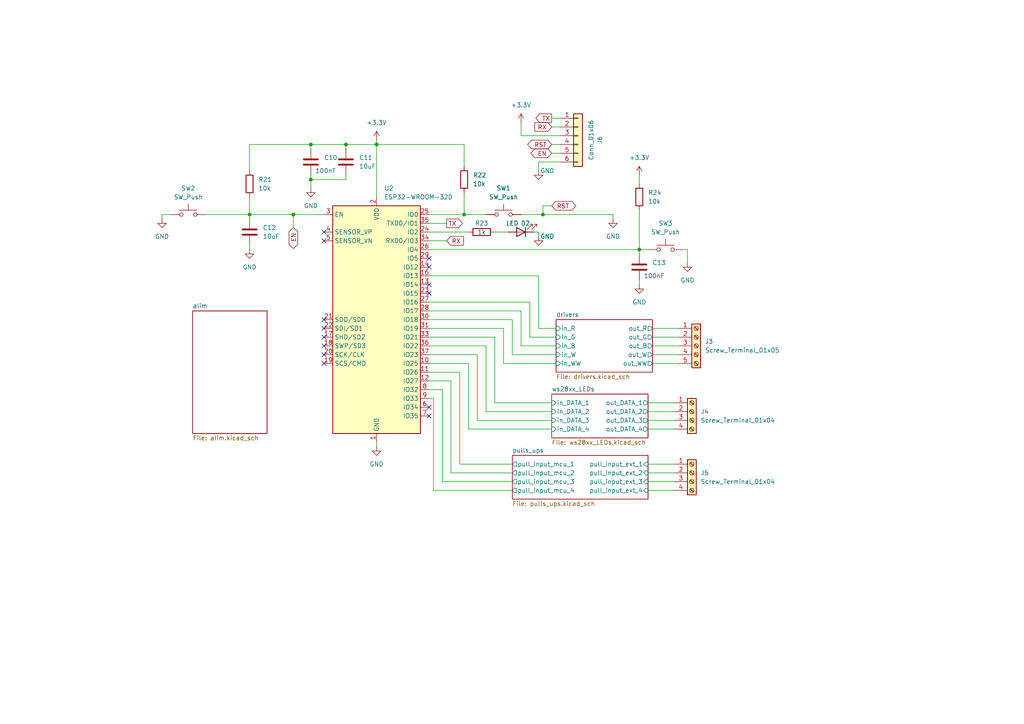
<source format=kicad_sch>
(kicad_sch (version 20230121) (generator eeschema)
  (paper "A4")
  (lib_symbols
    (symbol "Connector:Screw_Terminal_01x04" (pin_names (offset 1.016) hide)
      (property "Reference" "J" (at 0 5.08 0))
      (property "Value" "Screw_Terminal_01x04" (at 0 -7.62 0))
      (symbol "Screw_Terminal_01x04_1_1"
        (rectangle (start -1.27 3.81) (end 1.27 -6.35) (stroke (width 0.254)) (fill (type background)))
        (circle (center 0 -5.08) (radius 0.635) (stroke (width 0.1524)))
        (circle (center 0 -2.54) (radius 0.635) (stroke (width 0.1524)))
        (polyline (pts (xy -0.5334 -4.7498) (xy 0.3302 -5.588)) (stroke (width 0.1524)))
        (polyline (pts (xy -0.5334 -2.2098) (xy 0.3302 -3.048)) (stroke (width 0.1524)))
        (polyline (pts (xy -0.5334 0.3302) (xy 0.3302 -0.508)) (stroke (width 0.1524)))
        (polyline (pts (xy -0.5334 2.8702) (xy 0.3302 2.032)) (stroke (width 0.1524)))
        (polyline (pts (xy -0.3556 -4.572) (xy 0.508 -5.4102)) (stroke (width 0.1524)))
        (polyline (pts (xy -0.3556 -2.032) (xy 0.508 -2.8702)) (stroke (width 0.1524)))
        (polyline (pts (xy -0.3556 0.508) (xy 0.508 -0.3302)) (stroke (width 0.1524)))
        (polyline (pts (xy -0.3556 3.048) (xy 0.508 2.2098)) (stroke (width 0.1524)))
        (circle (center 0 0) (radius 0.635) (stroke (width 0.1524)))
        (circle (center 0 2.54) (radius 0.635) (stroke (width 0.1524)))
        (pin passive line (at -5.08 2.54 0) (length 3.81) (name "Pin_1") (number "1"))
        (pin passive line (at -5.08 0 0) (length 3.81) (name "Pin_2") (number "2"))
        (pin passive line (at -5.08 -2.54 0) (length 3.81) (name "Pin_3") (number "3"))
        (pin passive line (at -5.08 -5.08 0) (length 3.81) (name "Pin_4") (number "4"))
      )
    )
    (symbol "Connector:Screw_Terminal_01x05" (pin_names (offset 1.016) hide)
      (property "Reference" "J" (at 0 7.62 0))
      (property "Value" "Screw_Terminal_01x05" (at 0 -7.62 0))
      (symbol "Screw_Terminal_01x05_1_1"
        (rectangle (start -1.27 6.35) (end 1.27 -6.35) (stroke (width 0.254)) (fill (type background)))
        (circle (center 0 -5.08) (radius 0.635) (stroke (width 0.1524)))
        (circle (center 0 -2.54) (radius 0.635) (stroke (width 0.1524)))
        (polyline (pts (xy -0.5334 -4.7498) (xy 0.3302 -5.588)) (stroke (width 0.1524)))
        (polyline (pts (xy -0.5334 -2.2098) (xy 0.3302 -3.048)) (stroke (width 0.1524)))
        (polyline (pts (xy -0.5334 0.3302) (xy 0.3302 -0.508)) (stroke (width 0.1524)))
        (polyline (pts (xy -0.5334 2.8702) (xy 0.3302 2.032)) (stroke (width 0.1524)))
        (polyline (pts (xy -0.5334 5.4102) (xy 0.3302 4.572)) (stroke (width 0.1524)))
        (polyline (pts (xy -0.3556 -4.572) (xy 0.508 -5.4102)) (stroke (width 0.1524)))
        (polyline (pts (xy -0.3556 -2.032) (xy 0.508 -2.8702)) (stroke (width 0.1524)))
        (polyline (pts (xy -0.3556 0.508) (xy 0.508 -0.3302)) (stroke (width 0.1524)))
        (polyline (pts (xy -0.3556 3.048) (xy 0.508 2.2098)) (stroke (width 0.1524)))
        (polyline (pts (xy -0.3556 5.588) (xy 0.508 4.7498)) (stroke (width 0.1524)))
        (circle (center 0 0) (radius 0.635) (stroke (width 0.1524)))
        (circle (center 0 2.54) (radius 0.635) (stroke (width 0.1524)))
        (circle (center 0 5.08) (radius 0.635) (stroke (width 0.1524)))
        (pin passive line (at -5.08 5.08 0) (length 3.81) (name "Pin_1") (number "1"))
        (pin passive line (at -5.08 2.54 0) (length 3.81) (name "Pin_2") (number "2"))
        (pin passive line (at -5.08 0 0) (length 3.81) (name "Pin_3") (number "3"))
        (pin passive line (at -5.08 -2.54 0) (length 3.81) (name "Pin_4") (number "4"))
        (pin passive line (at -5.08 -5.08 0) (length 3.81) (name "Pin_5") (number "5"))
      )
    )
    (symbol "Connector_Generic:Conn_01x06" (pin_names (offset 1.016) hide)
      (property "Reference" "J" (at 0 7.62 0))
      (property "Value" "Conn_01x06" (at 0 -10.16 0))
      (symbol "Conn_01x06_1_1"
        (rectangle (start -1.27 -7.493) (end 0 -7.747) (stroke (width 0.1524)))
        (rectangle (start -1.27 -4.953) (end 0 -5.207) (stroke (width 0.1524)))
        (rectangle (start -1.27 -2.413) (end 0 -2.667) (stroke (width 0.1524)))
        (rectangle (start -1.27 0.127) (end 0 -0.127) (stroke (width 0.1524)))
        (rectangle (start -1.27 2.667) (end 0 2.413) (stroke (width 0.1524)))
        (rectangle (start -1.27 5.207) (end 0 4.953) (stroke (width 0.1524)))
        (rectangle (start -1.27 6.35) (end 1.27 -8.89) (stroke (width 0.254)) (fill (type background)))
        (pin passive line (at -5.08 5.08 0) (length 3.81) (name "Pin_1") (number "1"))
        (pin passive line (at -5.08 2.54 0) (length 3.81) (name "Pin_2") (number "2"))
        (pin passive line (at -5.08 0 0) (length 3.81) (name "Pin_3") (number "3"))
        (pin passive line (at -5.08 -2.54 0) (length 3.81) (name "Pin_4") (number "4"))
        (pin passive line (at -5.08 -5.08 0) (length 3.81) (name "Pin_5") (number "5"))
        (pin passive line (at -5.08 -7.62 0) (length 3.81) (name "Pin_6") (number "6"))
      )
    )
    (symbol "Device:C" (pin_numbers hide) (pin_names (offset 0.254))
      (property "Reference" "C" (at 0.635 2.54 0))
      (property "Value" "C" (at 0.635 -2.54 0))
      (symbol "C_0_1"
        (polyline (pts (xy -2.032 -0.762) (xy 2.032 -0.762)) (stroke (width 0.508)))
        (polyline (pts (xy -2.032 0.762) (xy 2.032 0.762)) (stroke (width 0.508)))
      )
      (symbol "C_1_1"
        (pin passive line (at 0 3.81 270) (length 2.794) (name "~") (number "1"))
        (pin passive line (at 0 -3.81 90) (length 2.794) (name "~") (number "2"))
      )
    )
    (symbol "Device:LED" (pin_numbers hide) (pin_names (offset 1.016) hide)
      (property "Reference" "D" (at 0 2.54 0))
      (property "Value" "LED" (at 0 -2.54 0))
      (symbol "LED_0_1"
        (polyline (pts (xy -1.27 -1.27) (xy -1.27 1.27)) (stroke (width 0.254)))
        (polyline (pts (xy -1.27 0) (xy 1.27 0)))
        (polyline (pts (xy 1.27 -1.27) (xy 1.27 1.27) (xy -1.27 0) (xy 1.27 -1.27)) (stroke (width 0.254)))
        (polyline (pts (xy -3.048 -0.762) (xy -4.572 -2.286) (xy -3.81 -2.286) (xy -4.572 -2.286) (xy -4.572 -1.524)))
        (polyline (pts (xy -1.778 -0.762) (xy -3.302 -2.286) (xy -2.54 -2.286) (xy -3.302 -2.286) (xy -3.302 -1.524)))
      )
      (symbol "LED_1_1"
        (pin passive line (at -3.81 0 0) (length 2.54) (name "K") (number "1"))
        (pin passive line (at 3.81 0 180) (length 2.54) (name "A") (number "2"))
      )
    )
    (symbol "Device:R" (pin_numbers hide) (pin_names (offset 0))
      (property "Reference" "R" (at 2.032 0 90))
      (property "Value" "R" (at 0 0 90))
      (symbol "R_0_1"
        (rectangle (start -1.016 -2.54) (end 1.016 2.54) (stroke (width 0.254)))
      )
      (symbol "R_1_1"
        (pin passive line (at 0 3.81 270) (length 1.27) (name "~") (number "1"))
        (pin passive line (at 0 -3.81 90) (length 1.27) (name "~") (number "2"))
      )
    )
    (symbol "RF_Module:ESP32-WROOM-32D"
      (property "Reference" "U" (at -12.7 34.29 0))
      (property "Value" "ESP32-WROOM-32D" (at 1.27 34.29 0))
      (symbol "ESP32-WROOM-32D_0_1"
        (rectangle (start -12.7 33.02) (end 12.7 -33.02) (stroke (width 0.254)) (fill (type background)))
      )
      (symbol "ESP32-WROOM-32D_1_1"
        (pin power_in line (at 0 -35.56 90) (length 2.54) (name "GND") (number "1"))
        (pin bidirectional line (at 15.24 -12.7 180) (length 2.54) (name "IO25") (number "10"))
        (pin bidirectional line (at 15.24 -15.24 180) (length 2.54) (name "IO26") (number "11"))
        (pin bidirectional line (at 15.24 -17.78 180) (length 2.54) (name "IO27") (number "12"))
        (pin bidirectional line (at 15.24 10.16 180) (length 2.54) (name "IO14") (number "13"))
        (pin bidirectional line (at 15.24 15.24 180) (length 2.54) (name "IO12") (number "14"))
        (pin passive line (at 0 -35.56 90) (length 2.54) hide (name "GND") (number "15"))
        (pin bidirectional line (at 15.24 12.7 180) (length 2.54) (name "IO13") (number "16"))
        (pin bidirectional line (at -15.24 -5.08 0) (length 2.54) (name "SHD/SD2") (number "17"))
        (pin bidirectional line (at -15.24 -7.62 0) (length 2.54) (name "SWP/SD3") (number "18"))
        (pin bidirectional line (at -15.24 -12.7 0) (length 2.54) (name "SCS/CMD") (number "19"))
        (pin power_in line (at 0 35.56 270) (length 2.54) (name "VDD") (number "2"))
        (pin bidirectional line (at -15.24 -10.16 0) (length 2.54) (name "SCK/CLK") (number "20"))
        (pin bidirectional line (at -15.24 0 0) (length 2.54) (name "SDO/SD0") (number "21"))
        (pin bidirectional line (at -15.24 -2.54 0) (length 2.54) (name "SDI/SD1") (number "22"))
        (pin bidirectional line (at 15.24 7.62 180) (length 2.54) (name "IO15") (number "23"))
        (pin bidirectional line (at 15.24 25.4 180) (length 2.54) (name "IO2") (number "24"))
        (pin bidirectional line (at 15.24 30.48 180) (length 2.54) (name "IO0") (number "25"))
        (pin bidirectional line (at 15.24 20.32 180) (length 2.54) (name "IO4") (number "26"))
        (pin bidirectional line (at 15.24 5.08 180) (length 2.54) (name "IO16") (number "27"))
        (pin bidirectional line (at 15.24 2.54 180) (length 2.54) (name "IO17") (number "28"))
        (pin bidirectional line (at 15.24 17.78 180) (length 2.54) (name "IO5") (number "29"))
        (pin input line (at -15.24 30.48 0) (length 2.54) (name "EN") (number "3"))
        (pin bidirectional line (at 15.24 0 180) (length 2.54) (name "IO18") (number "30"))
        (pin bidirectional line (at 15.24 -2.54 180) (length 2.54) (name "IO19") (number "31"))
        (pin no_connect line (at -12.7 -27.94 0) (length 2.54) hide (name "NC") (number "32"))
        (pin bidirectional line (at 15.24 -5.08 180) (length 2.54) (name "IO21") (number "33"))
        (pin bidirectional line (at 15.24 22.86 180) (length 2.54) (name "RXD0/IO3") (number "34"))
        (pin bidirectional line (at 15.24 27.94 180) (length 2.54) (name "TXD0/IO1") (number "35"))
        (pin bidirectional line (at 15.24 -7.62 180) (length 2.54) (name "IO22") (number "36"))
        (pin bidirectional line (at 15.24 -10.16 180) (length 2.54) (name "IO23") (number "37"))
        (pin passive line (at 0 -35.56 90) (length 2.54) hide (name "GND") (number "38"))
        (pin passive line (at 0 -35.56 90) (length 2.54) hide (name "GND") (number "39"))
        (pin input line (at -15.24 25.4 0) (length 2.54) (name "SENSOR_VP") (number "4"))
        (pin input line (at -15.24 22.86 0) (length 2.54) (name "SENSOR_VN") (number "5"))
        (pin input line (at 15.24 -25.4 180) (length 2.54) (name "IO34") (number "6"))
        (pin input line (at 15.24 -27.94 180) (length 2.54) (name "IO35") (number "7"))
        (pin bidirectional line (at 15.24 -20.32 180) (length 2.54) (name "IO32") (number "8"))
        (pin bidirectional line (at 15.24 -22.86 180) (length 2.54) (name "IO33") (number "9"))
      )
    )
    (symbol "Switch:SW_Push" (pin_numbers hide) (pin_names (offset 1.016) hide)
      (property "Reference" "SW" (at 1.27 2.54 0))
      (property "Value" "SW_Push" (at 0 -1.524 0))
      (symbol "SW_Push_0_1"
        (circle (center -2.032 0) (radius 0.508))
        (polyline (pts (xy 0 1.27) (xy 0 3.048)))
        (polyline (pts (xy 2.54 1.27) (xy -2.54 1.27)))
        (circle (center 2.032 0) (radius 0.508))
        (pin passive line (at -5.08 0 0) (length 2.54) (name "1") (number "1"))
        (pin passive line (at 5.08 0 180) (length 2.54) (name "2") (number "2"))
      )
    )
    (symbol "power:+3.3V" (power) (pin_names (offset 0))
      (property "Value" "+3.3V" (at 0 3.556 0))
      (symbol "+3.3V_0_1"
        (polyline (pts (xy -0.762 1.27) (xy 0 2.54)))
        (polyline (pts (xy 0 0) (xy 0 2.54)))
        (polyline (pts (xy 0 2.54) (xy 0.762 1.27)))
      )
      (symbol "+3.3V_1_1"
        (pin power_in line (at 0 0 90) (length 0) hide (name "+3.3V") (number "1"))
      )
    )
    (symbol "power:GND" (power) (pin_names (offset 0))
      (property "Value" "GND" (at 0 -3.81 0))
      (symbol "GND_0_1"
        (polyline (pts (xy 0 0) (xy 0 -1.27) (xy 1.27 -1.27) (xy 0 -2.54) (xy -1.27 -1.27) (xy 0 -1.27)))
      )
      (symbol "GND_1_1"
        (pin power_in line (at 0 0 270) (length 0) hide (name "GND") (number "1"))
      )
    )
  )
  (junction (at 100.33 41.91))
  (junction (at 85.09 62.23))
  (junction (at 185.42 72.39))
  (junction (at 109.22 41.91))
  (junction (at 90.17 41.91))
  (junction (at 134.62 62.23))
  (junction (at 72.39 62.23))
  (junction (at 90.17 52.07))
  (junction (at 157.48 62.23))
  (no_connect (at 124.46 77.47))
  (no_connect (at 124.46 82.55))
  (no_connect (at 124.46 74.93))
  (no_connect (at 124.46 118.11))
  (no_connect (at 93.98 69.85))
  (no_connect (at 93.98 102.87))
  (no_connect (at 93.98 105.41))
  (no_connect (at 93.98 95.25))
  (no_connect (at 93.98 67.31))
  (no_connect (at 124.46 120.65))
  (no_connect (at 93.98 100.33))
  (no_connect (at 124.46 85.09))
  (no_connect (at 93.98 97.79))
  (no_connect (at 93.98 92.71))
  (wire (pts (xy 109.22 41.91) (xy 109.22 57.15)))
  (wire (pts (xy 128.27 139.7) (xy 148.59 139.7)))
  (wire (pts (xy 187.96 121.92) (xy 195.58 121.92)))
  (wire (pts (xy 187.96 116.84) (xy 195.58 116.84)))
  (wire (pts (xy 134.62 48.26) (xy 134.62 41.91)))
  (wire (pts (xy 124.46 90.17) (xy 151.13 90.17)))
  (wire (pts (xy 124.46 100.33) (xy 140.97 100.33)))
  (wire (pts (xy 124.46 110.49) (xy 130.81 110.49)))
  (wire (pts (xy 124.46 64.77) (xy 129.54 64.77)))
  (wire (pts (xy 134.62 41.91) (xy 109.22 41.91)))
  (wire (pts (xy 72.39 41.91) (xy 90.17 41.91)))
  (wire (pts (xy 162.56 46.99) (xy 156.21 46.99)))
  (wire (pts (xy 85.09 62.23) (xy 85.09 66.04)))
  (wire (pts (xy 146.05 105.41) (xy 161.29 105.41)))
  (wire (pts (xy 124.46 95.25) (xy 146.05 95.25)))
  (wire (pts (xy 140.97 100.33) (xy 140.97 119.38)))
  (wire (pts (xy 100.33 52.07) (xy 90.17 52.07)))
  (wire (pts (xy 124.46 62.23) (xy 134.62 62.23)))
  (wire (pts (xy 189.23 102.87) (xy 196.85 102.87)))
  (wire (pts (xy 100.33 50.8) (xy 100.33 52.07)))
  (wire (pts (xy 185.42 81.28) (xy 185.42 82.55)))
  (wire (pts (xy 124.46 80.01) (xy 156.21 80.01)))
  (wire (pts (xy 90.17 52.07) (xy 90.17 54.61)))
  (wire (pts (xy 189.23 97.79) (xy 196.85 97.79)))
  (wire (pts (xy 151.13 39.37) (xy 162.56 39.37)))
  (wire (pts (xy 189.23 100.33) (xy 196.85 100.33)))
  (wire (pts (xy 187.96 139.7) (xy 195.58 139.7)))
  (wire (pts (xy 153.67 87.63) (xy 153.67 97.79)))
  (wire (pts (xy 124.46 113.03) (xy 128.27 113.03)))
  (wire (pts (xy 134.62 62.23) (xy 134.62 55.88)))
  (wire (pts (xy 151.13 35.56) (xy 151.13 39.37)))
  (wire (pts (xy 154.94 67.31) (xy 156.21 67.31)))
  (wire (pts (xy 157.48 62.23) (xy 177.8 62.23)))
  (wire (pts (xy 125.73 115.57) (xy 125.73 142.24)))
  (wire (pts (xy 156.21 80.01) (xy 156.21 95.25)))
  (wire (pts (xy 124.46 105.41) (xy 135.89 105.41)))
  (wire (pts (xy 49.53 62.23) (xy 46.99 62.23)))
  (wire (pts (xy 138.43 102.87) (xy 124.46 102.87)))
  (wire (pts (xy 109.22 41.91) (xy 109.22 40.64)))
  (wire (pts (xy 151.13 62.23) (xy 157.48 62.23)))
  (wire (pts (xy 124.46 69.85) (xy 129.54 69.85)))
  (wire (pts (xy 124.46 67.31) (xy 135.89 67.31)))
  (wire (pts (xy 130.81 137.16) (xy 148.59 137.16)))
  (wire (pts (xy 124.46 97.79) (xy 143.51 97.79)))
  (wire (pts (xy 146.05 95.25) (xy 146.05 105.41)))
  (wire (pts (xy 72.39 62.23) (xy 72.39 63.5)))
  (wire (pts (xy 199.39 72.39) (xy 198.12 72.39)))
  (wire (pts (xy 185.42 72.39) (xy 185.42 73.66)))
  (wire (pts (xy 160.02 44.45) (xy 162.56 44.45)))
  (wire (pts (xy 189.23 95.25) (xy 196.85 95.25)))
  (wire (pts (xy 134.62 62.23) (xy 140.97 62.23)))
  (wire (pts (xy 135.89 105.41) (xy 135.89 124.46)))
  (wire (pts (xy 156.21 46.99) (xy 156.21 49.53)))
  (wire (pts (xy 133.35 107.95) (xy 124.46 107.95)))
  (wire (pts (xy 160.02 121.92) (xy 138.43 121.92)))
  (wire (pts (xy 140.97 119.38) (xy 160.02 119.38)))
  (wire (pts (xy 143.51 116.84) (xy 160.02 116.84)))
  (wire (pts (xy 187.96 137.16) (xy 195.58 137.16)))
  (wire (pts (xy 187.96 142.24) (xy 195.58 142.24)))
  (wire (pts (xy 128.27 113.03) (xy 128.27 139.7)))
  (wire (pts (xy 157.48 59.69) (xy 157.48 62.23)))
  (wire (pts (xy 187.96 124.46) (xy 195.58 124.46)))
  (wire (pts (xy 199.39 76.2) (xy 199.39 72.39)))
  (wire (pts (xy 46.99 62.23) (xy 46.99 63.5)))
  (wire (pts (xy 72.39 62.23) (xy 72.39 57.15)))
  (wire (pts (xy 148.59 92.71) (xy 148.59 102.87)))
  (wire (pts (xy 72.39 49.53) (xy 72.39 41.91)))
  (wire (pts (xy 109.22 41.91) (xy 100.33 41.91)))
  (wire (pts (xy 135.89 124.46) (xy 160.02 124.46)))
  (wire (pts (xy 160.02 34.29) (xy 162.56 34.29)))
  (wire (pts (xy 124.46 92.71) (xy 148.59 92.71)))
  (wire (pts (xy 160.02 59.69) (xy 157.48 59.69)))
  (wire (pts (xy 93.98 62.23) (xy 85.09 62.23)))
  (wire (pts (xy 85.09 62.23) (xy 72.39 62.23)))
  (wire (pts (xy 143.51 67.31) (xy 147.32 67.31)))
  (wire (pts (xy 185.42 72.39) (xy 187.96 72.39)))
  (wire (pts (xy 100.33 41.91) (xy 90.17 41.91)))
  (wire (pts (xy 133.35 134.62) (xy 148.59 134.62)))
  (wire (pts (xy 143.51 97.79) (xy 143.51 116.84)))
  (wire (pts (xy 59.69 62.23) (xy 72.39 62.23)))
  (wire (pts (xy 156.21 95.25) (xy 161.29 95.25)))
  (wire (pts (xy 133.35 134.62) (xy 133.35 107.95)))
  (wire (pts (xy 90.17 41.91) (xy 90.17 43.18)))
  (wire (pts (xy 185.42 50.8) (xy 185.42 53.34)))
  (wire (pts (xy 151.13 100.33) (xy 161.29 100.33)))
  (wire (pts (xy 100.33 41.91) (xy 100.33 43.18)))
  (wire (pts (xy 156.21 67.31) (xy 156.21 68.58)))
  (wire (pts (xy 187.96 119.38) (xy 195.58 119.38)))
  (wire (pts (xy 160.02 41.91) (xy 162.56 41.91)))
  (wire (pts (xy 72.39 71.12) (xy 72.39 72.39)))
  (wire (pts (xy 177.8 62.23) (xy 177.8 63.5)))
  (wire (pts (xy 124.46 115.57) (xy 125.73 115.57)))
  (wire (pts (xy 109.22 128.27) (xy 109.22 129.54)))
  (wire (pts (xy 148.59 102.87) (xy 161.29 102.87)))
  (wire (pts (xy 130.81 110.49) (xy 130.81 137.16)))
  (wire (pts (xy 124.46 72.39) (xy 185.42 72.39)))
  (wire (pts (xy 160.02 36.83) (xy 162.56 36.83)))
  (wire (pts (xy 187.96 134.62) (xy 195.58 134.62)))
  (wire (pts (xy 138.43 121.92) (xy 138.43 102.87)))
  (wire (pts (xy 185.42 60.96) (xy 185.42 72.39)))
  (wire (pts (xy 125.73 142.24) (xy 148.59 142.24)))
  (wire (pts (xy 124.46 87.63) (xy 153.67 87.63)))
  (wire (pts (xy 153.67 97.79) (xy 161.29 97.79)))
  (wire (pts (xy 189.23 105.41) (xy 196.85 105.41)))
  (wire (pts (xy 90.17 50.8) (xy 90.17 52.07)))
  (wire (pts (xy 151.13 90.17) (xy 151.13 100.33)))
  (global_label "RST" (shape bidirectional) (at 160.02 41.91 180) (property "Intersheetrefs" "${INTERSHEET_REFS}" (effects hide)))
  (global_label "RST" (shape bidirectional) (at 160.02 59.69 0) (property "Intersheetrefs" "${INTERSHEET_REFS}" (effects hide)))
  (global_label "TX" (shape output) (at 129.54 64.77 0) (property "Intersheetrefs" "${INTERSHEET_REFS}" (effects hide)))
  (global_label "RX" (shape input) (at 160.02 36.83 180) (property "Intersheetrefs" "${INTERSHEET_REFS}" (effects hide)))
  (global_label "EN" (shape bidirectional) (at 85.09 66.04 270) (property "Intersheetrefs" "${INTERSHEET_REFS}" (effects hide)))
  (global_label "EN" (shape bidirectional) (at 160.02 44.45 180) (property "Intersheetrefs" "${INTERSHEET_REFS}" (effects hide)))
  (global_label "RX" (shape input) (at 129.54 69.85 0) (property "Intersheetrefs" "${INTERSHEET_REFS}" (effects hide)))
  (global_label "TX" (shape output) (at 160.02 34.29 180) (property "Intersheetrefs" "${INTERSHEET_REFS}" (effects hide)))
  (symbol (lib_id "Device:R") (at 72.39 53.34 180) (unit 1)
    (property "Reference" "R21" (at 74.93 52.07 0) (effects (justify right)))
    (property "Value" "10k" (at 74.93 54.61 0) (effects (justify right)))
    (property "Footprint" "Resistor_SMD:R_0603_1608Metric" (effects hide))
  )
  (symbol (lib_id "Switch:SW_Push") (at 146.05 62.23 0) (unit 1)
    (property "Reference" "SW1" (at 146.05 54.61 0))
    (property "Value" "SW_Push" (at 146.05 57.15 0))
    (property "Footprint" "Button_Switch_THT:SW_PUSH_6mm_H5mm" (effects hide))
  )
  (symbol (lib_id "Device:R") (at 185.42 57.15 180) (unit 1)
    (property "Reference" "R24" (at 187.96 55.88 0) (effects (justify right)))
    (property "Value" "10k" (at 187.96 58.42 0) (effects (justify right)))
    (property "Footprint" "Resistor_SMD:R_0603_1608Metric" (effects hide))
  )
  (symbol (lib_id "power:GND") (at 199.39 76.2 0) (unit 1)
    (property "Reference" "#PWR038" (effects hide))
    (property "Value" "GND" (at 199.39 81.28 0))
  )
  (symbol (lib_id "Device:R") (at 134.62 52.07 180) (unit 1)
    (property "Reference" "R22" (at 137.16 50.8 0) (effects (justify right)))
    (property "Value" "10k" (at 137.16 53.34 0) (effects (justify right)))
    (property "Footprint" "Resistor_SMD:R_0603_1608Metric" (effects hide))
  )
  (symbol (lib_id "Device:C") (at 185.42 77.47 0) (unit 1)
    (property "Reference" "C13" (at 189.23 76.2 0) (effects (justify left)))
    (property "Value" "100nF" (at 186.69 80.01 0) (effects (justify left)))
    (property "Footprint" "Capacitor_SMD:C_0805_2012Metric_Pad1.18x1.45mm_HandSolder" (effects hide))
  )
  (symbol (lib_id "power:+3.3V") (at 151.13 35.56 0) (unit 1)
    (property "Reference" "#PWR040" (effects hide))
    (property "Value" "+3.3V" (at 151.13 30.48 0))
  )
  (symbol (lib_id "power:GND") (at 156.21 49.53 0) (unit 1)
    (property "Reference" "#PWR039" (effects hide))
    (property "Value" "GND" (at 158.75 49.53 0))
  )
  (symbol (lib_id "Switch:SW_Push") (at 54.61 62.23 0) (unit 1)
    (property "Reference" "SW2" (at 54.61 54.61 0))
    (property "Value" "SW_Push" (at 54.61 57.15 0))
    (property "Footprint" "Button_Switch_THT:SW_PUSH_6mm_H5mm" (effects hide))
  )
  (symbol (lib_id "Device:C") (at 72.39 67.31 0) (unit 1)
    (property "Reference" "C12" (at 76.2 66.04 0) (effects (justify left)))
    (property "Value" "10uF" (at 76.2 68.58 0) (effects (justify left)))
    (property "Footprint" "Capacitor_SMD:C_0805_2012Metric_Pad1.18x1.45mm_HandSolder" (effects hide))
  )
  (symbol (lib_id "power:GND") (at 72.39 72.39 0) (unit 1)
    (property "Reference" "#PWR034" (effects hide))
    (property "Value" "GND" (at 72.39 77.47 0))
  )
  (symbol (lib_id "Switch:SW_Push") (at 193.04 72.39 0) (unit 1)
    (property "Reference" "SW3" (at 193.04 64.77 0))
    (property "Value" "SW_Push" (at 193.04 67.31 0))
    (property "Footprint" "Button_Switch_THT:SW_PUSH_6mm_H5mm" (effects hide))
  )
  (symbol (lib_id "Device:C") (at 100.33 46.99 0) (unit 1)
    (property "Reference" "C11" (at 104.14 45.72 0) (effects (justify left)))
    (property "Value" "10uF" (at 104.14 48.26 0) (effects (justify left)))
    (property "Footprint" "Capacitor_SMD:C_0805_2012Metric_Pad1.18x1.45mm_HandSolder" (effects hide))
  )
  (symbol (lib_id "power:GND") (at 177.8 63.5 0) (unit 1)
    (property "Reference" "#PWR032" (effects hide))
    (property "Value" "GND" (at 177.8 68.58 0))
  )
  (symbol (lib_id "RF_Module:ESP32-WROOM-32D") (at 109.22 92.71 0) (unit 1)
    (property "Reference" "U2" (at 111.4141 54.61 0) (effects (justify left)))
    (property "Value" "ESP32-WROOM-32D" (at 111.4141 57.15 0) (effects (justify left)))
    (property "Footprint" "RF_Module:ESP32-WROOM-32D" (effects hide))
    (property "Datasheet" "https://www.espressif.com/sites/default/files/documentation/esp32-wroom-32d_esp32-wroom-32u_datasheet_en.pdf" (effects hide))
  )
  (symbol (lib_id "power:GND") (at 90.17 54.61 0) (unit 1)
    (property "Reference" "#PWR031" (effects hide))
    (property "Value" "GND" (at 90.17 59.69 0))
  )
  (symbol (lib_id "power:GND") (at 185.42 82.55 0) (unit 1)
    (property "Reference" "#PWR037" (effects hide))
    (property "Value" "GND" (at 185.42 87.63 0))
  )
  (symbol (lib_id "power:+3.3V") (at 109.22 40.64 0) (unit 1)
    (property "Reference" "#PWR029" (effects hide))
    (property "Value" "+3.3V" (at 109.22 35.56 0))
  )
  (symbol (lib_id "Connector:Screw_Terminal_01x04") (at 200.66 137.16 0) (unit 1)
    (property "Reference" "J5" (at 203.2 137.16 0) (effects (justify left)))
    (property "Value" "Screw_Terminal_01x04" (at 203.2 139.7 0) (effects (justify left)))
    (property "Footprint" "Connector_PinSocket_2.54mm:PinSocket_1x04_P2.54mm_Vertical" (effects hide))
  )
  (symbol (lib_id "Device:R") (at 139.7 67.31 90) (unit 1)
    (property "Reference" "R23" (at 139.7 64.77 90))
    (property "Value" "1k" (at 139.7 67.31 90))
    (property "Footprint" "Resistor_SMD:R_0603_1608Metric" (effects hide))
  )
  (symbol (lib_id "Device:LED") (at 151.13 67.31 180) (unit 1)
    (property "Reference" "D2" (at 152.4 64.77 0))
    (property "Value" "LED" (at 148.59 64.77 0))
    (property "Footprint" "LED_SMD:LED_0603_1608Metric" (effects hide))
  )
  (symbol (lib_id "Connector:Screw_Terminal_01x04") (at 200.66 119.38 0) (unit 1)
    (property "Reference" "J4" (at 203.2 119.38 0) (effects (justify left)))
    (property "Value" "Screw_Terminal_01x04" (at 203.2 121.92 0) (effects (justify left)))
    (property "Footprint" "Connector_PinSocket_2.54mm:PinSocket_1x04_P2.54mm_Vertical" (effects hide))
  )
  (symbol (lib_id "power:GND") (at 156.21 68.58 0) (unit 1)
    (property "Reference" "#PWR035" (effects hide))
    (property "Value" "GND" (at 158.75 68.58 0))
  )
  (symbol (lib_id "power:GND") (at 46.99 63.5 0) (unit 1)
    (property "Reference" "#PWR033" (effects hide))
    (property "Value" "GND" (at 46.99 68.58 0))
  )
  (symbol (lib_id "Connector_Generic:Conn_01x06") (at 167.64 39.37 0) (unit 1)
    (property "Reference" "J6" (at 173.99 40.64 90))
    (property "Value" "Conn_01x06" (at 171.45 40.64 90))
    (property "Footprint" "Connector_PinSocket_2.54mm:PinSocket_1x06_P2.54mm_Vertical" (effects hide))
  )
  (symbol (lib_id "Connector:Screw_Terminal_01x05") (at 201.93 100.33 0) (unit 1)
    (property "Reference" "J3" (at 204.47 99.06 0) (effects (justify left)))
    (property "Value" "Screw_Terminal_01x05" (at 204.47 101.6 0) (effects (justify left)))
    (property "Footprint" "TerminalBlock_TE-Connectivity:TerminalBlock_TE_282834-5_1x05_P2.54mm_Horizontal" (effects hide))
  )
  (symbol (lib_id "power:GND") (at 109.22 129.54 0) (unit 1)
    (property "Reference" "#PWR030" (effects hide))
    (property "Value" "GND" (at 109.22 134.62 0))
  )
  (symbol (lib_id "power:+3.3V") (at 185.42 50.8 0) (unit 1)
    (property "Reference" "#PWR036" (effects hide))
    (property "Value" "+3.3V" (at 185.42 45.72 0))
  )
  (symbol (lib_id "Device:C") (at 90.17 46.99 0) (unit 1)
    (property "Reference" "C10" (at 93.98 45.72 0) (effects (justify left)))
    (property "Value" "100nF" (at 91.44 49.53 0) (effects (justify left)))
    (property "Footprint" "Capacitor_SMD:C_0805_2012Metric_Pad1.18x1.45mm_HandSolder" (effects hide))
  )
  (sheet (at 148.59 132.08) (size 39.37 12.7) (stroke (width 0.1524))
    (property "Sheetname" "pulls_ups" (at 148.59 131.3684 0) (effects (justify left bottom)))
    (property "Sheetfile" "pulls_ups.kicad_sch" (at 148.59 145.3646 0) (effects (justify left top)))
    (pin "pull_input_mcu_3" output (at 148.59 139.7 180))
    (pin "pull_input_ext_1" input (at 187.96 134.62 0))
    (pin "pull_input_ext_3" input (at 187.96 139.7 0))
    (pin "pull_input_mcu_4" output (at 148.59 142.24 180))
    (pin "pull_input_ext_4" input (at 187.96 142.24 0))
    (pin "pull_input_mcu_2" output (at 148.59 137.16 180))
    (pin "pull_input_ext_2" input (at 187.96 137.16 0))
    (pin "pull_input_mcu_1" output (at 148.59 134.62 180))
  )
  (sheet (at 160.02 114.3) (size 27.94 12.7) (stroke (width 0.1524))
    (property "Sheetname" "ws28xx_LEDs" (at 160.02 113.5884 0) (effects (justify left bottom)))
    (property "Sheetfile" "ws28xx_LEDs.kicad_sch" (at 160.02 127.5846 0) (effects (justify left top)))
    (pin "out_DATA_3" output (at 187.96 121.92 0))
    (pin "out_DATA_4" output (at 187.96 124.46 0))
    (pin "out_DATA_2" output (at 187.96 119.38 0))
    (pin "in_DATA_4" input (at 160.02 124.46 180))
    (pin "in_DATA_3" input (at 160.02 121.92 180))
    (pin "out_DATA_1" output (at 187.96 116.84 0))
    (pin "in_DATA_2" input (at 160.02 119.38 180))
    (pin "in_DATA_1" input (at 160.02 116.84 180))
  )
  (sheet (at 161.29 92.71) (size 27.94 15.24) (stroke (width 0.1524))
    (property "Sheetname" "drivers" (at 161.29 91.9984 0) (effects (justify left bottom)))
    (property "Sheetfile" "drivers.kicad_sch" (at 161.29 108.5346 0) (effects (justify left top)))
    (pin "out_B" output (at 189.23 100.33 0))
    (pin "in_B" input (at 161.29 100.33 180))
    (pin "in_G" input (at 161.29 97.79 180))
    (pin "in_R" input (at 161.29 95.25 180))
    (pin "out_G" output (at 189.23 97.79 0))
    (pin "out_R" output (at 189.23 95.25 0))
    (pin "in_WW" input (at 161.29 105.41 180))
    (pin "in_W" input (at 161.29 102.87 180))
    (pin "out_W" output (at 189.23 102.87 0))
    (pin "out_WW" output (at 189.23 105.41 0))
  )
  (sheet (at 55.88 90.17) (size 21.59 35.56) (stroke (width 0.1524))
    (property "Sheetname" "alim" (at 55.88 89.4584 0) (effects (justify left bottom)))
    (property "Sheetfile" "alim.kicad_sch" (at 55.88 126.3146 0) (effects (justify left top)))
  )
)
</source>
